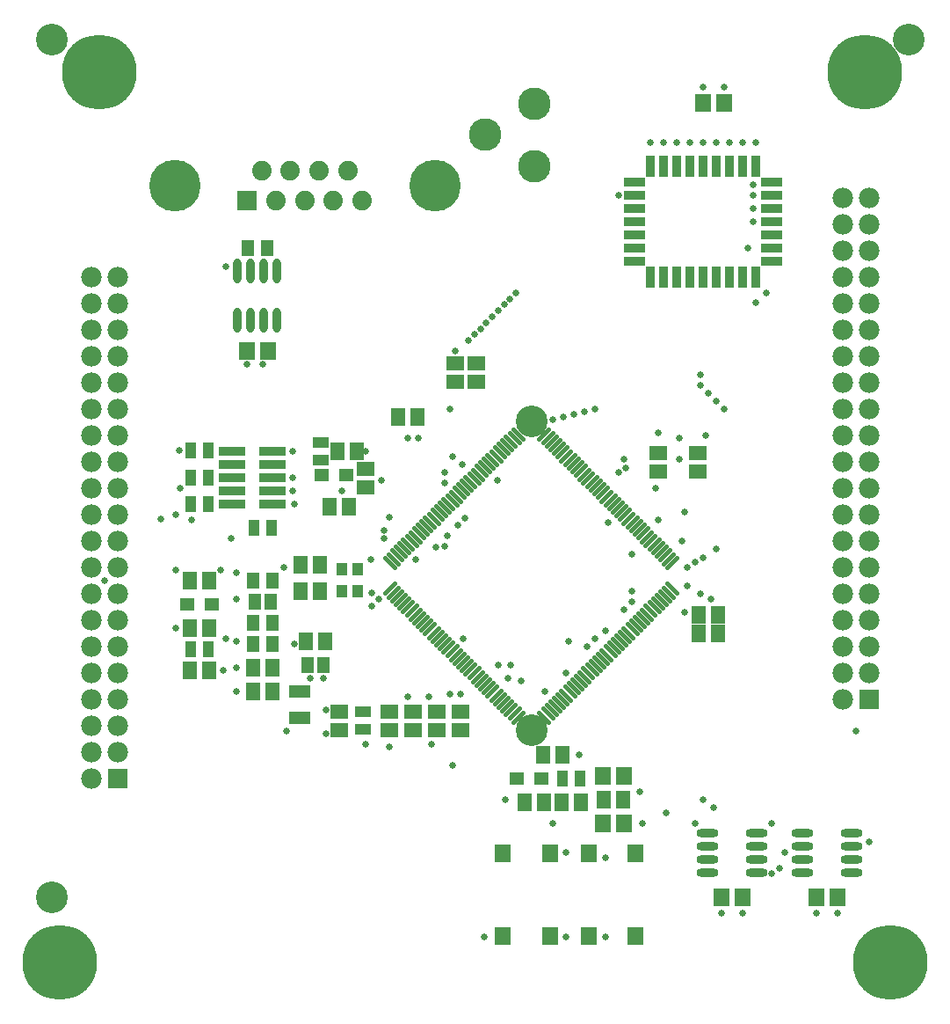
<source format=gts>
%FSLAX25Y25*%
%MOIN*%
G70*
G01*
G75*
G04 Layer_Color=8388736*
%ADD10C,0.04000*%
G04:AMPARAMS|DCode=11|XSize=9.84mil|YSize=61.02mil|CornerRadius=0mil|HoleSize=0mil|Usage=FLASHONLY|Rotation=45.000|XOffset=0mil|YOffset=0mil|HoleType=Round|Shape=Round|*
%AMOVALD11*
21,1,0.05118,0.00984,0.00000,0.00000,135.0*
1,1,0.00984,0.01810,-0.01810*
1,1,0.00984,-0.01810,0.01810*
%
%ADD11OVALD11*%

G04:AMPARAMS|DCode=12|XSize=9.84mil|YSize=61.02mil|CornerRadius=0mil|HoleSize=0mil|Usage=FLASHONLY|Rotation=315.000|XOffset=0mil|YOffset=0mil|HoleType=Round|Shape=Round|*
%AMOVALD12*
21,1,0.05118,0.00984,0.00000,0.00000,45.0*
1,1,0.00984,-0.01810,-0.01810*
1,1,0.00984,0.01810,0.01810*
%
%ADD12OVALD12*%

%ADD13R,0.04528X0.05709*%
%ADD14R,0.05315X0.06102*%
%ADD15R,0.04134X0.05512*%
%ADD16R,0.03347X0.05118*%
%ADD17R,0.05118X0.06102*%
%ADD18O,0.02362X0.08661*%
%ADD19R,0.04528X0.03937*%
%ADD20R,0.03740X0.05315*%
%ADD21R,0.07500X0.04300*%
%ADD22R,0.03500X0.03900*%
%ADD23R,0.05709X0.04528*%
%ADD24R,0.05118X0.03347*%
%ADD25R,0.09449X0.02992*%
%ADD26R,0.07500X0.02800*%
%ADD27R,0.02800X0.07500*%
%ADD28O,0.07480X0.02362*%
%ADD29C,0.00800*%
%ADD30C,0.01600*%
%ADD31C,0.00787*%
%ADD32C,0.27559*%
%ADD33C,0.18740*%
%ADD34R,0.06654X0.06654*%
%ADD35C,0.06654*%
%ADD36C,0.07000*%
%ADD37R,0.07000X0.07000*%
%ADD38C,0.11500*%
%ADD39C,0.01800*%
%ADD40C,0.04000*%
%ADD41C,0.16598*%
G04:AMPARAMS|DCode=42|XSize=185.197mil|YSize=185.197mil|CornerRadius=0mil|HoleSize=0mil|Usage=FLASHONLY|Rotation=0.000|XOffset=0mil|YOffset=0mil|HoleType=Round|Shape=Relief|Width=10mil|Gap=10mil|Entries=4|*
%AMTHD42*
7,0,0,0.18520,0.16520,0.01000,45*
%
%ADD42THD42*%
%ADD43C,0.08291*%
G04:AMPARAMS|DCode=44|XSize=102.913mil|YSize=102.913mil|CornerRadius=0mil|HoleSize=0mil|Usage=FLASHONLY|Rotation=0.000|XOffset=0mil|YOffset=0mil|HoleType=Round|Shape=Relief|Width=10mil|Gap=10mil|Entries=4|*
%AMTHD44*
7,0,0,0.10291,0.08291,0.01000,45*
%
%ADD44THD44*%
%ADD45C,0.08700*%
G04:AMPARAMS|DCode=46|XSize=107mil|YSize=107mil|CornerRadius=0mil|HoleSize=0mil|Usage=FLASHONLY|Rotation=0.000|XOffset=0mil|YOffset=0mil|HoleType=Round|Shape=Relief|Width=10mil|Gap=10mil|Entries=4|*
%AMTHD46*
7,0,0,0.10700,0.08700,0.01000,45*
%
%ADD46THD46*%
%ADD47C,0.12000*%
G04:AMPARAMS|DCode=48|XSize=140mil|YSize=140mil|CornerRadius=0mil|HoleSize=0mil|Usage=FLASHONLY|Rotation=0.000|XOffset=0mil|YOffset=0mil|HoleType=Round|Shape=Relief|Width=10mil|Gap=10mil|Entries=4|*
%AMTHD48*
7,0,0,0.14000,0.12000,0.01000,45*
%
%ADD48THD48*%
G04:AMPARAMS|DCode=49|XSize=68mil|YSize=68mil|CornerRadius=0mil|HoleSize=0mil|Usage=FLASHONLY|Rotation=0.000|XOffset=0mil|YOffset=0mil|HoleType=Round|Shape=Relief|Width=10mil|Gap=10mil|Entries=4|*
%AMTHD49*
7,0,0,0.06800,0.04800,0.01000,45*
%
%ADD49THD49*%
%ADD50C,0.04800*%
%ADD51C,0.16520*%
%ADD52C,0.00984*%
%ADD53C,0.02362*%
%ADD54C,0.01000*%
%ADD55C,0.01575*%
%ADD56C,0.01969*%
%ADD57C,0.03000*%
%ADD58C,0.00200*%
%ADD59C,0.00591*%
G04:AMPARAMS|DCode=60|XSize=17.84mil|YSize=69.02mil|CornerRadius=0mil|HoleSize=0mil|Usage=FLASHONLY|Rotation=45.000|XOffset=0mil|YOffset=0mil|HoleType=Round|Shape=Round|*
%AMOVALD60*
21,1,0.05118,0.01784,0.00000,0.00000,135.0*
1,1,0.01784,0.01810,-0.01810*
1,1,0.01784,-0.01810,0.01810*
%
%ADD60OVALD60*%

G04:AMPARAMS|DCode=61|XSize=17.84mil|YSize=69.02mil|CornerRadius=0mil|HoleSize=0mil|Usage=FLASHONLY|Rotation=315.000|XOffset=0mil|YOffset=0mil|HoleType=Round|Shape=Round|*
%AMOVALD61*
21,1,0.05118,0.01784,0.00000,0.00000,45.0*
1,1,0.01784,-0.01810,-0.01810*
1,1,0.01784,0.01810,0.01810*
%
%ADD61OVALD61*%

%ADD62R,0.05328X0.06509*%
%ADD63R,0.06115X0.06902*%
%ADD64R,0.04934X0.06312*%
%ADD65R,0.04147X0.05918*%
%ADD66R,0.05918X0.06902*%
%ADD67O,0.03162X0.09461*%
%ADD68R,0.05328X0.04737*%
%ADD69R,0.04540X0.06115*%
%ADD70R,0.08300X0.05100*%
%ADD71R,0.04300X0.04700*%
%ADD72R,0.06509X0.05328*%
%ADD73R,0.05918X0.04147*%
%ADD74R,0.10249X0.03792*%
%ADD75R,0.08300X0.03600*%
%ADD76R,0.03600X0.08300*%
%ADD77O,0.08280X0.03162*%
%ADD78C,0.28359*%
%ADD79C,0.19540*%
%ADD80R,0.07453X0.07453*%
%ADD81C,0.07453*%
%ADD82C,0.07800*%
%ADD83R,0.07800X0.07800*%
%ADD84C,0.12300*%
%ADD85C,0.02600*%
D47*
X196850Y225312D02*
D03*
Y108389D02*
D03*
X340000Y370000D02*
D03*
X15000Y45000D02*
D03*
Y370000D02*
D03*
D60*
X191909Y220510D02*
D03*
X190517Y219118D02*
D03*
X189125Y217726D02*
D03*
X187733Y216334D02*
D03*
X186341Y214942D02*
D03*
X184949Y213550D02*
D03*
X183557Y212158D02*
D03*
X182165Y210766D02*
D03*
X180773Y209374D02*
D03*
X179382Y207982D02*
D03*
X177990Y206590D02*
D03*
X176598Y205198D02*
D03*
X175206Y203806D02*
D03*
X173814Y202414D02*
D03*
X172422Y201023D02*
D03*
X171030Y199631D02*
D03*
X169638Y198239D02*
D03*
X168246Y196847D02*
D03*
X166854Y195455D02*
D03*
X165462Y194063D02*
D03*
X164070Y192671D02*
D03*
X162678Y191279D02*
D03*
X161286Y189887D02*
D03*
X159894Y188495D02*
D03*
X158502Y187103D02*
D03*
X157110Y185711D02*
D03*
X155719Y184319D02*
D03*
X154326Y182927D02*
D03*
X152935Y181535D02*
D03*
X151543Y180143D02*
D03*
X150151Y178752D02*
D03*
X148759Y177360D02*
D03*
X147367Y175968D02*
D03*
X145975Y174576D02*
D03*
X144583Y173184D02*
D03*
X143191Y171792D02*
D03*
X201792Y113191D02*
D03*
X203184Y114583D02*
D03*
X204576Y115975D02*
D03*
X205968Y117367D02*
D03*
X207360Y118759D02*
D03*
X208752Y120151D02*
D03*
X210143Y121543D02*
D03*
X211535Y122935D02*
D03*
X212927Y124327D02*
D03*
X214319Y125718D02*
D03*
X215711Y127110D02*
D03*
X217103Y128502D02*
D03*
X218495Y129894D02*
D03*
X219887Y131286D02*
D03*
X221279Y132678D02*
D03*
X222671Y134070D02*
D03*
X224063Y135462D02*
D03*
X225455Y136854D02*
D03*
X226847Y138246D02*
D03*
X228239Y139638D02*
D03*
X229631Y141030D02*
D03*
X231023Y142422D02*
D03*
X232415Y143814D02*
D03*
X233806Y145206D02*
D03*
X235198Y146598D02*
D03*
X236590Y147990D02*
D03*
X237982Y149381D02*
D03*
X239374Y150774D02*
D03*
X240766Y152165D02*
D03*
X242158Y153557D02*
D03*
X243550Y154949D02*
D03*
X244942Y156341D02*
D03*
X246334Y157733D02*
D03*
X247726Y159125D02*
D03*
X249118Y160517D02*
D03*
X250510Y161909D02*
D03*
D61*
X143191D02*
D03*
X144583Y160517D02*
D03*
X145975Y159125D02*
D03*
X147367Y157733D02*
D03*
X148759Y156341D02*
D03*
X150151Y154949D02*
D03*
X151543Y153557D02*
D03*
X152935Y152165D02*
D03*
X154326Y150774D02*
D03*
X155719Y149381D02*
D03*
X157110Y147990D02*
D03*
X158502Y146598D02*
D03*
X159894Y145206D02*
D03*
X161286Y143814D02*
D03*
X162678Y142422D02*
D03*
X164070Y141030D02*
D03*
X165462Y139638D02*
D03*
X166854Y138246D02*
D03*
X168246Y136854D02*
D03*
X169638Y135462D02*
D03*
X171030Y134070D02*
D03*
X172422Y132678D02*
D03*
X173814Y131286D02*
D03*
X175206Y129894D02*
D03*
X176598Y128502D02*
D03*
X177990Y127110D02*
D03*
X179382Y125718D02*
D03*
X180773Y124327D02*
D03*
X182165Y122935D02*
D03*
X183557Y121543D02*
D03*
X184949Y120151D02*
D03*
X186341Y118759D02*
D03*
X187733Y117367D02*
D03*
X189125Y115975D02*
D03*
X190517Y114583D02*
D03*
X191909Y113191D02*
D03*
X250510Y171792D02*
D03*
X249118Y173184D02*
D03*
X247726Y174576D02*
D03*
X246334Y175968D02*
D03*
X244942Y177360D02*
D03*
X243550Y178752D02*
D03*
X242158Y180143D02*
D03*
X240766Y181535D02*
D03*
X239374Y182927D02*
D03*
X237982Y184319D02*
D03*
X236590Y185711D02*
D03*
X235198Y187103D02*
D03*
X233806Y188495D02*
D03*
X232415Y189887D02*
D03*
X231023Y191279D02*
D03*
X229631Y192671D02*
D03*
X228239Y194063D02*
D03*
X226847Y195455D02*
D03*
X225455Y196847D02*
D03*
X224063Y198239D02*
D03*
X222671Y199631D02*
D03*
X221279Y201023D02*
D03*
X219887Y202414D02*
D03*
X218495Y203806D02*
D03*
X217103Y205198D02*
D03*
X215711Y206590D02*
D03*
X214319Y207982D02*
D03*
X212927Y209374D02*
D03*
X211535Y210766D02*
D03*
X210143Y212158D02*
D03*
X208752Y213550D02*
D03*
X207360Y214942D02*
D03*
X205968Y216334D02*
D03*
X204576Y217726D02*
D03*
X203184Y219118D02*
D03*
X201792Y220510D02*
D03*
D62*
X260457Y145000D02*
D03*
X267543D02*
D03*
X74543Y165000D02*
D03*
X67457D02*
D03*
X67457Y147000D02*
D03*
X74543D02*
D03*
Y131000D02*
D03*
X67457D02*
D03*
X91457Y132000D02*
D03*
X98543D02*
D03*
X91457Y123000D02*
D03*
X98543D02*
D03*
X109457Y171000D02*
D03*
X116543D02*
D03*
Y161000D02*
D03*
X109457D02*
D03*
X111457Y142000D02*
D03*
X118543D02*
D03*
X146457Y227000D02*
D03*
X153543D02*
D03*
X120457Y193000D02*
D03*
X127543D02*
D03*
X123457Y214000D02*
D03*
X130543D02*
D03*
X260457Y152000D02*
D03*
X267543D02*
D03*
X224457Y82000D02*
D03*
X231543D02*
D03*
X208457Y81000D02*
D03*
X215543D02*
D03*
X194457D02*
D03*
X201543D02*
D03*
X201457Y99000D02*
D03*
X208543D02*
D03*
D63*
X89063Y252000D02*
D03*
X96937D02*
D03*
X262063Y346000D02*
D03*
X269937D02*
D03*
X269063Y45000D02*
D03*
X276937D02*
D03*
X305063D02*
D03*
X312937D02*
D03*
X224063Y73000D02*
D03*
X231937D02*
D03*
X224063Y91000D02*
D03*
X231937D02*
D03*
D64*
X89260Y291000D02*
D03*
X96740D02*
D03*
X91260Y165000D02*
D03*
X98740D02*
D03*
X91260Y149000D02*
D03*
X98740D02*
D03*
X91260Y141000D02*
D03*
X98740D02*
D03*
D65*
X91654Y185000D02*
D03*
X98347D02*
D03*
X67654Y194000D02*
D03*
X74347D02*
D03*
X67654Y204000D02*
D03*
X74347D02*
D03*
X67654Y214500D02*
D03*
X74347D02*
D03*
X67654Y139000D02*
D03*
X74347D02*
D03*
X208653Y90000D02*
D03*
X215347D02*
D03*
D66*
X218642Y30350D02*
D03*
Y61650D02*
D03*
X236358Y30350D02*
D03*
Y61650D02*
D03*
X186142Y30350D02*
D03*
Y61650D02*
D03*
X203858Y30350D02*
D03*
Y61650D02*
D03*
D67*
X85500Y263551D02*
D03*
Y282449D02*
D03*
X95500Y263551D02*
D03*
X90500D02*
D03*
X100500D02*
D03*
X90500Y282449D02*
D03*
X95500D02*
D03*
X100500D02*
D03*
D68*
X66374Y156000D02*
D03*
X75626D02*
D03*
X117374Y205000D02*
D03*
X126626D02*
D03*
X191374Y90000D02*
D03*
X200626D02*
D03*
D69*
X91850Y157000D02*
D03*
X98150D02*
D03*
X111850Y133000D02*
D03*
X118150D02*
D03*
D70*
X109000Y113079D02*
D03*
Y122921D02*
D03*
D71*
X124900Y161000D02*
D03*
Y169500D02*
D03*
X131000D02*
D03*
Y161000D02*
D03*
D72*
X124000Y108457D02*
D03*
Y115543D02*
D03*
X143000D02*
D03*
Y108457D02*
D03*
X152000Y108457D02*
D03*
Y115543D02*
D03*
X161000D02*
D03*
Y108457D02*
D03*
X170000Y115543D02*
D03*
Y108457D02*
D03*
X133957Y200457D02*
D03*
Y207543D02*
D03*
X168000Y240457D02*
D03*
Y247543D02*
D03*
X176000Y240457D02*
D03*
Y247543D02*
D03*
X245000Y206457D02*
D03*
Y213543D02*
D03*
X260000Y206457D02*
D03*
Y213543D02*
D03*
D73*
X133000Y108653D02*
D03*
Y115347D02*
D03*
X117000Y210653D02*
D03*
Y217347D02*
D03*
D74*
X98677Y209000D02*
D03*
X83323D02*
D03*
X98677Y214000D02*
D03*
Y204000D02*
D03*
Y199000D02*
D03*
X83323Y214000D02*
D03*
Y204000D02*
D03*
Y199000D02*
D03*
X98677Y194000D02*
D03*
X83323D02*
D03*
D75*
X236000Y286000D02*
D03*
Y291000D02*
D03*
Y296000D02*
D03*
Y311000D02*
D03*
Y301000D02*
D03*
Y306000D02*
D03*
Y316000D02*
D03*
X288000Y286000D02*
D03*
Y291000D02*
D03*
Y306000D02*
D03*
Y296000D02*
D03*
Y301000D02*
D03*
Y311000D02*
D03*
Y316000D02*
D03*
D76*
X242000Y280000D02*
D03*
X252000D02*
D03*
X247000D02*
D03*
Y322000D02*
D03*
X242000D02*
D03*
X252000D02*
D03*
X272000Y280000D02*
D03*
X277000D02*
D03*
X257000D02*
D03*
X267000D02*
D03*
X262000D02*
D03*
X282000D02*
D03*
X272000Y322000D02*
D03*
X277000D02*
D03*
X257000D02*
D03*
X267000D02*
D03*
X262000D02*
D03*
X282000D02*
D03*
D77*
X299748Y54500D02*
D03*
Y59500D02*
D03*
Y64500D02*
D03*
Y69500D02*
D03*
X318252Y54500D02*
D03*
Y64500D02*
D03*
Y59500D02*
D03*
Y69500D02*
D03*
X263748Y54500D02*
D03*
Y59500D02*
D03*
Y64500D02*
D03*
Y69500D02*
D03*
X282252Y54500D02*
D03*
Y64500D02*
D03*
Y59500D02*
D03*
Y69500D02*
D03*
D78*
X18110Y20472D02*
D03*
X33071Y357874D02*
D03*
X323228D02*
D03*
X333071Y20472D02*
D03*
D79*
X160252Y314768D02*
D03*
X61827D02*
D03*
D80*
X89075Y309165D02*
D03*
D81*
X94528Y320346D02*
D03*
X99980Y309165D02*
D03*
X105433Y320346D02*
D03*
X110886Y309165D02*
D03*
X116339Y320346D02*
D03*
X121791Y309165D02*
D03*
X127244Y320346D02*
D03*
X132697Y309165D02*
D03*
D82*
X315000Y310000D02*
D03*
X325000D02*
D03*
X315000Y300000D02*
D03*
X325000D02*
D03*
X315000Y290000D02*
D03*
X325000D02*
D03*
X315000Y280000D02*
D03*
X325000D02*
D03*
X315000Y270000D02*
D03*
X325000D02*
D03*
X315000Y260000D02*
D03*
X325000D02*
D03*
X315000Y250000D02*
D03*
X325000D02*
D03*
X315000Y240000D02*
D03*
X325000D02*
D03*
X315000Y230000D02*
D03*
X325000D02*
D03*
X315000Y220000D02*
D03*
X325000D02*
D03*
X315000Y210000D02*
D03*
X325000D02*
D03*
X315000Y200000D02*
D03*
X325000D02*
D03*
X315000Y190000D02*
D03*
X325000D02*
D03*
X315000Y180000D02*
D03*
X325000D02*
D03*
X315000Y170000D02*
D03*
X325000D02*
D03*
X315000Y160000D02*
D03*
X325000D02*
D03*
X315000Y150000D02*
D03*
X325000D02*
D03*
X315000Y140000D02*
D03*
X325000D02*
D03*
X315000Y130000D02*
D03*
X325000D02*
D03*
X315000Y120000D02*
D03*
X30000D02*
D03*
Y110000D02*
D03*
Y130000D02*
D03*
Y170000D02*
D03*
Y90000D02*
D03*
Y100000D02*
D03*
Y160000D02*
D03*
Y140000D02*
D03*
Y150000D02*
D03*
Y200000D02*
D03*
Y180000D02*
D03*
Y190000D02*
D03*
Y230000D02*
D03*
Y210000D02*
D03*
Y220000D02*
D03*
Y260000D02*
D03*
Y240000D02*
D03*
Y250000D02*
D03*
Y270000D02*
D03*
Y280000D02*
D03*
X40000Y100000D02*
D03*
Y130000D02*
D03*
Y110000D02*
D03*
Y120000D02*
D03*
Y160000D02*
D03*
Y140000D02*
D03*
Y150000D02*
D03*
Y170000D02*
D03*
Y180000D02*
D03*
Y220000D02*
D03*
Y190000D02*
D03*
Y210000D02*
D03*
Y230000D02*
D03*
Y250000D02*
D03*
Y200000D02*
D03*
Y240000D02*
D03*
Y280000D02*
D03*
Y260000D02*
D03*
Y270000D02*
D03*
D83*
X325000Y120000D02*
D03*
X40000Y90000D02*
D03*
D84*
X179500Y334000D02*
D03*
X198000Y322200D02*
D03*
Y345800D02*
D03*
D85*
X62000Y147000D02*
D03*
X191102Y274102D02*
D03*
X188839Y271839D02*
D03*
X186576Y269576D02*
D03*
X184314Y267314D02*
D03*
X182051Y265051D02*
D03*
X179788Y262788D02*
D03*
X177525Y260525D02*
D03*
X175263Y258263D02*
D03*
X173000Y256000D02*
D03*
X81000Y143000D02*
D03*
X80000Y131000D02*
D03*
X79000Y169000D02*
D03*
X62000D02*
D03*
X272000Y331000D02*
D03*
X267000D02*
D03*
X81000Y284000D02*
D03*
X136500Y160500D02*
D03*
X139000Y158000D02*
D03*
X136500Y155500D02*
D03*
X107000Y141000D02*
D03*
X238000Y85000D02*
D03*
X205000Y73000D02*
D03*
X187000Y82000D02*
D03*
X215000Y99000D02*
D03*
X242000Y331000D02*
D03*
X247000D02*
D03*
X252000D02*
D03*
X257000D02*
D03*
X262000D02*
D03*
X106500Y214000D02*
D03*
X56251Y188500D02*
D03*
X134000Y214000D02*
D03*
X150000Y219000D02*
D03*
X269000Y39000D02*
D03*
X277000D02*
D03*
X305000D02*
D03*
X210038Y130000D02*
D03*
X235000Y157000D02*
D03*
X277000Y331000D02*
D03*
X230000Y311000D02*
D03*
X259000Y73000D02*
D03*
X248000Y77000D02*
D03*
X262000Y82000D02*
D03*
X288000Y54000D02*
D03*
X325000Y66000D02*
D03*
X230000Y206000D02*
D03*
X256000Y170000D02*
D03*
X63500Y214500D02*
D03*
X107000Y194000D02*
D03*
X239000Y73000D02*
D03*
X154000Y219000D02*
D03*
X211000Y142000D02*
D03*
X282000Y331000D02*
D03*
X188000Y128000D02*
D03*
X168000Y252000D02*
D03*
X166000Y230000D02*
D03*
X184000Y203000D02*
D03*
X235000Y161000D02*
D03*
X256000Y163000D02*
D03*
X288000Y73000D02*
D03*
X189000Y133000D02*
D03*
X193000Y127000D02*
D03*
X170000Y122000D02*
D03*
X262000Y352000D02*
D03*
X270000D02*
D03*
X232000Y211000D02*
D03*
X232806Y207800D02*
D03*
X259000Y172000D02*
D03*
X254000Y180000D02*
D03*
X266000Y79000D02*
D03*
X95000Y247000D02*
D03*
X261000Y160000D02*
D03*
X267000Y177000D02*
D03*
X313000Y39000D02*
D03*
X225000Y60000D02*
D03*
X179000Y30000D02*
D03*
X210000D02*
D03*
X225000D02*
D03*
X210000Y62000D02*
D03*
X291000Y56000D02*
D03*
X293000Y62000D02*
D03*
X232000Y154000D02*
D03*
X225000Y146000D02*
D03*
X221000Y143000D02*
D03*
X218000Y140000D02*
D03*
X166000Y122053D02*
D03*
X184343Y133000D02*
D03*
X125000Y199000D02*
D03*
X89000Y247000D02*
D03*
X217000Y229000D02*
D03*
X213000Y228000D02*
D03*
X209000Y227000D02*
D03*
X205000Y226000D02*
D03*
X226000Y187000D02*
D03*
X221000Y230000D02*
D03*
X270000D02*
D03*
X267000Y233000D02*
D03*
X264000Y236000D02*
D03*
X261000Y239000D02*
D03*
Y243000D02*
D03*
X255000Y153000D02*
D03*
Y191000D02*
D03*
X265000Y158000D02*
D03*
X262000Y173820D02*
D03*
X320000Y108000D02*
D03*
X282000Y270500D02*
D03*
X286000Y274000D02*
D03*
X279000Y291000D02*
D03*
X281000Y315000D02*
D03*
Y311000D02*
D03*
Y306000D02*
D03*
Y301000D02*
D03*
X85000Y142000D02*
D03*
X235000Y175000D02*
D03*
X245000Y221000D02*
D03*
X263000Y220000D02*
D03*
X253000Y211000D02*
D03*
Y219000D02*
D03*
X244000Y200000D02*
D03*
X245000Y188000D02*
D03*
X62000Y190000D02*
D03*
X63654Y200000D02*
D03*
X140000Y203000D02*
D03*
X170600Y209206D02*
D03*
X167000Y212000D02*
D03*
X164000Y206000D02*
D03*
Y202000D02*
D03*
X202000Y123000D02*
D03*
X167000Y95000D02*
D03*
X171000Y143000D02*
D03*
X141000Y181000D02*
D03*
X35000Y165000D02*
D03*
X153000Y173000D02*
D03*
X141000Y184000D02*
D03*
X143000Y189000D02*
D03*
X106500Y204000D02*
D03*
Y199000D02*
D03*
X160607Y177607D02*
D03*
X164000Y178000D02*
D03*
X165000Y182000D02*
D03*
X169000Y186000D02*
D03*
X171690Y188690D02*
D03*
X85000Y158000D02*
D03*
Y168000D02*
D03*
X85000Y132000D02*
D03*
X85000Y123000D02*
D03*
X118000Y128000D02*
D03*
X113000D02*
D03*
X83154Y181000D02*
D03*
X68000Y188000D02*
D03*
X103000Y170000D02*
D03*
X136000Y173000D02*
D03*
X104000Y108000D02*
D03*
X119000Y116000D02*
D03*
Y107000D02*
D03*
X134000Y103000D02*
D03*
X150000Y121000D02*
D03*
X143000Y102000D02*
D03*
X158000Y121000D02*
D03*
X159000Y103000D02*
D03*
M02*

</source>
